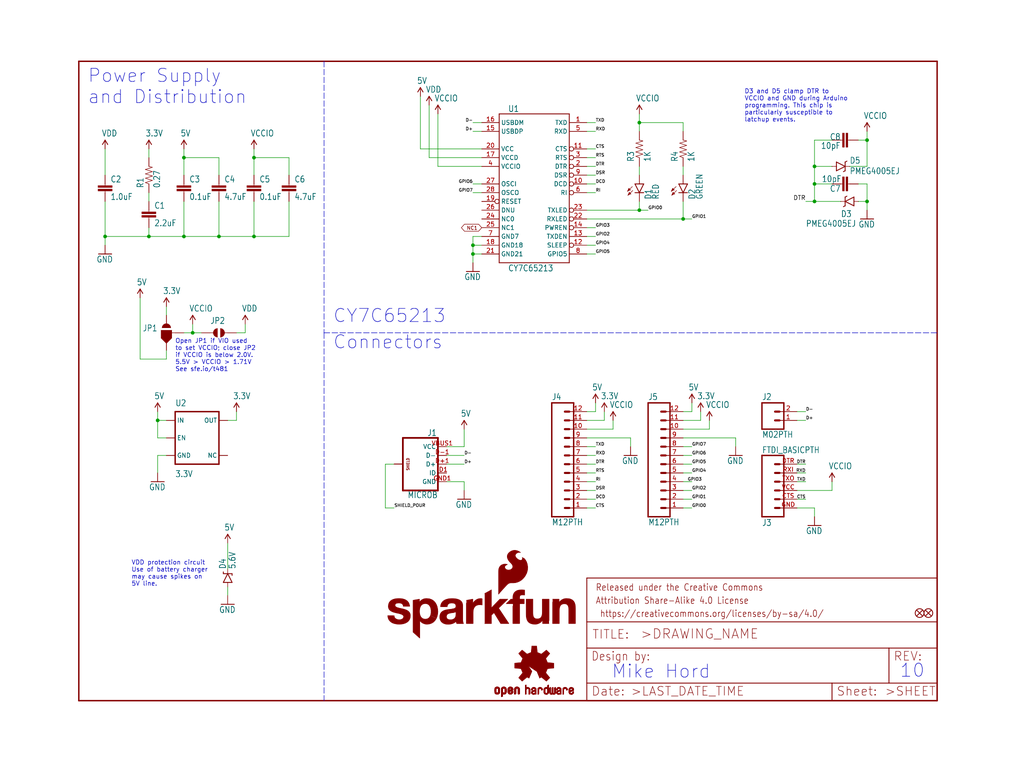
<source format=kicad_sch>
(kicad_sch (version 20211123) (generator eeschema)
  (paper "User" 297.002 223.926)
  (lib_symbols
    (symbol "eagleSchem-eagle-import:0.1UF-25V-5%(0603)"
      (property "Reference" "C" (at 1.524 2.921 0))
      (property "Value" "0.1UF-25V-5%(0603)" (at 1.524 -2.159 0))
      (symbol "0.1UF-25V-5%(0603)_1_0"
        (pin passive line (at 0 5.08 270) (length 2.54) (name "1") (number "1"))
        (pin passive line (at 0 -2.54 90) (length 2.54) (name "2") (number "2"))
      )
    )
    (symbol "eagleSchem-eagle-import:0.27OHM-1{slash}10W-1%(0603)"
      (property "Reference" "R" (at -3.81 1.4986 0))
      (property "Value" "0.27OHM-1{slash}10W-1%(0603)" (at -3.81 -3.302 0))
      (symbol "0.27OHM-1{slash}10W-1%(0603)_1_0"
        (pin passive line (at -5.08 0 0) (length 2.54) (name "1") (number "1"))
        (pin passive line (at 5.08 0 180) (length 2.54) (name "2") (number "2"))
      )
    )
    (symbol "eagleSchem-eagle-import:1.0UF-16V-10%(0603)"
      (property "Reference" "C" (at 1.524 2.921 0))
      (property "Value" "1.0UF-16V-10%(0603)" (at 1.524 -2.159 0))
      (symbol "1.0UF-16V-10%(0603)_1_0"
        (pin passive line (at 0 5.08 270) (length 2.54) (name "1") (number "1"))
        (pin passive line (at 0 -2.54 90) (length 2.54) (name "2") (number "2"))
      )
    )
    (symbol "eagleSchem-eagle-import:10PF-50V-5%(0603)"
      (property "Reference" "C" (at 1.524 2.921 0))
      (property "Value" "10PF-50V-5%(0603)" (at 1.524 -2.159 0))
      (symbol "10PF-50V-5%(0603)_1_0"
        (pin passive line (at 0 5.08 270) (length 2.54) (name "1") (number "1"))
        (pin passive line (at 0 -2.54 90) (length 2.54) (name "2") (number "2"))
      )
    )
    (symbol "eagleSchem-eagle-import:1KOHM-1{slash}10W-1%(0603)"
      (property "Reference" "R" (at -3.81 1.4986 0))
      (property "Value" "1KOHM-1{slash}10W-1%(0603)" (at -3.81 -3.302 0))
      (symbol "1KOHM-1{slash}10W-1%(0603)_1_0"
        (pin passive line (at -5.08 0 0) (length 2.54) (name "1") (number "1"))
        (pin passive line (at 5.08 0 180) (length 2.54) (name "2") (number "2"))
      )
    )
    (symbol "eagleSchem-eagle-import:2.2UF-10V-20%(0603)"
      (property "Reference" "C" (at 1.524 2.921 0))
      (property "Value" "2.2UF-10V-20%(0603)" (at 1.524 -2.159 0))
      (symbol "2.2UF-10V-20%(0603)_1_0"
        (pin passive line (at 0 5.08 270) (length 2.54) (name "1") (number "1"))
        (pin passive line (at 0 -2.54 90) (length 2.54) (name "2") (number "2"))
      )
    )
    (symbol "eagleSchem-eagle-import:3.3V" (power)
      (property "Value" "3.3V" (at -1.016 3.556 0))
      (symbol "3.3V_1_0"
        (pin power_in line (at 0 0 90) (length 2.54) (name "3.3V") (number "1"))
      )
    )
    (symbol "eagleSchem-eagle-import:4.7UF-16V-20%,+80%-(1206)"
      (property "Reference" "C" (at 1.524 2.921 0))
      (property "Value" "4.7UF-16V-20%,+80%-(1206)" (at 1.524 -2.159 0))
      (symbol "4.7UF-16V-20%,+80%-(1206)_1_0"
        (pin passive line (at 0 5.08 270) (length 2.54) (name "1") (number "1"))
        (pin passive line (at 0 -2.54 90) (length 2.54) (name "2") (number "2"))
      )
    )
    (symbol "eagleSchem-eagle-import:5V" (power)
      (property "Value" "5V" (at -1.016 3.556 0))
      (symbol "5V_1_0"
        (pin power_in line (at 0 0 90) (length 2.54) (name "5V") (number "1"))
      )
    )
    (symbol "eagleSchem-eagle-import:CY7C65213"
      (property "Reference" "U" (at 2.54 43.688 0))
      (property "Value" "CY7C65213" (at 2.54 -2.54 0))
      (symbol "CY7C65213_1_0"
        (pin output line (at 25.4 40.64 180) (length 5.08) (name "TXD") (number "1"))
        (pin input inverted (at 25.4 22.86 180) (length 5.08) (name "DCD") (number "10"))
        (pin input inverted (at 25.4 33.02 180) (length 5.08) (name "CTS") (number "11"))
        (pin input inverted (at 25.4 5.08 180) (length 5.08) (name "SLEEP") (number "12"))
        (pin input line (at 25.4 7.62 180) (length 5.08) (name "TXDEN") (number "13"))
        (pin input inverted (at 25.4 10.16 180) (length 5.08) (name "PWREN") (number "14"))
        (pin bidirectional line (at -5.08 38.1 0) (length 5.08) (name "USBDP") (number "15"))
        (pin bidirectional line (at -5.08 40.64 0) (length 5.08) (name "USBDM") (number "16"))
        (pin output line (at -5.08 30.48 0) (length 5.08) (name "VCCD") (number "17"))
        (pin power_in line (at -5.08 5.08 0) (length 5.08) (name "GND18") (number "18"))
        (pin input inverted (at -5.08 17.78 0) (length 5.08) (name "RESET") (number "19"))
        (pin output inverted (at 25.4 27.94 180) (length 5.08) (name "DTR") (number "2"))
        (pin power_in line (at -5.08 33.02 0) (length 5.08) (name "VCC") (number "20"))
        (pin power_in line (at -5.08 2.54 0) (length 5.08) (name "GND21") (number "21"))
        (pin input inverted (at 25.4 12.7 180) (length 5.08) (name "RXLED") (number "22"))
        (pin input inverted (at 25.4 15.24 180) (length 5.08) (name "TXLED") (number "23"))
        (pin input line (at -5.08 12.7 0) (length 5.08) (name "NC0") (number "24"))
        (pin power_in line (at -5.08 10.16 0) (length 5.08) (name "NC1") (number "25"))
        (pin input line (at -5.08 15.24 0) (length 5.08) (name "DNU") (number "26"))
        (pin input line (at -5.08 22.86 0) (length 5.08) (name "OSCI") (number "27"))
        (pin output line (at -5.08 20.32 0) (length 5.08) (name "OSCO") (number "28"))
        (pin output inverted (at 25.4 30.48 180) (length 5.08) (name "RTS") (number "3"))
        (pin power_in line (at -5.08 27.94 0) (length 5.08) (name "VCCIO") (number "4"))
        (pin input line (at 25.4 38.1 180) (length 5.08) (name "RXD") (number "5"))
        (pin input inverted (at 25.4 20.32 180) (length 5.08) (name "RI") (number "6"))
        (pin power_in line (at -5.08 7.62 0) (length 5.08) (name "GND7") (number "7"))
        (pin input line (at 25.4 2.54 180) (length 5.08) (name "GPIO5") (number "8"))
        (pin input inverted (at 25.4 25.4 180) (length 5.08) (name "DSR") (number "9"))
      )
    )
    (symbol "eagleSchem-eagle-import:DIODE-SCHOTTKY-PMEG4005EJ"
      (property "Reference" "D" (at 2.54 0.4826 0))
      (property "Value" "DIODE-SCHOTTKY-PMEG4005EJ" (at 2.54 -2.3114 0))
      (symbol "DIODE-SCHOTTKY-PMEG4005EJ_1_0"
        (pin passive line (at -2.54 0 0) (length 0) (name "A") (number "A"))
        (pin passive line (at 2.54 0 180) (length 0) (name "C") (number "C"))
      )
    )
    (symbol "eagleSchem-eagle-import:DIODE-ZENER5.6V"
      (property "Reference" "D" (at 2.54 0.4826 0))
      (property "Value" "DIODE-ZENER5.6V" (at 2.54 -2.3114 0))
      (symbol "DIODE-ZENER5.6V_1_0"
        (pin passive line (at -2.54 0 0) (length 0) (name "A") (number "A"))
        (pin passive line (at 2.54 0 180) (length 0) (name "C") (number "C"))
      )
    )
    (symbol "eagleSchem-eagle-import:FIDUCIALUFIDUCIAL")
    (symbol "eagleSchem-eagle-import:FRAME-LETTER"
      (symbol "FRAME-LETTER_2_0"
        (text " https://creativecommons.org/licenses/by-sa/4.0/" (at 2.54 24.13 0) (effects (font (size 1.9304 1.6408)) (justify left bottom)))
        (text ">DRAWING_NAME" (at 15.494 17.78 0) (effects (font (size 2.7432 2.7432)) (justify left bottom)))
        (text ">LAST_DATE_TIME" (at 12.7 1.27 0) (effects (font (size 2.54 2.54)) (justify left bottom)))
        (text ">SHEET" (at 86.36 1.27 0) (effects (font (size 2.54 2.54)) (justify left bottom)))
        (text "Attribution Share-Alike 4.0 License" (at 2.54 27.94 0) (effects (font (size 1.9304 1.6408)) (justify left bottom)))
        (text "Date:" (at 1.27 1.27 0) (effects (font (size 2.54 2.54)) (justify left bottom)))
        (text "Design by:" (at 1.27 11.43 0) (effects (font (size 2.54 2.159)) (justify left bottom)))
        (text "Released under the Creative Commons" (at 2.54 31.75 0) (effects (font (size 1.9304 1.6408)) (justify left bottom)))
        (text "REV:" (at 88.9 11.43 0) (effects (font (size 2.54 2.54)) (justify left bottom)))
        (text "Sheet:" (at 72.39 1.27 0) (effects (font (size 2.54 2.54)) (justify left bottom)))
        (text "TITLE:" (at 1.524 17.78 0) (effects (font (size 2.54 2.54)) (justify left bottom)))
      )
    )
    (symbol "eagleSchem-eagle-import:FTDI_BASICPTH"
      (property "Reference" "J" (at -5.08 10.922 0))
      (property "Value" "FTDI_BASICPTH" (at -5.08 -10.16 0))
      (symbol "FTDI_BASICPTH_1_0"
        (pin passive line (at 5.08 5.08 180) (length 5.08) (name "5") (number "CTS"))
        (pin passive line (at 5.08 -5.08 180) (length 5.08) (name "1") (number "DTR"))
        (pin passive line (at 5.08 7.62 180) (length 5.08) (name "6") (number "GND"))
        (pin passive line (at 5.08 -2.54 180) (length 5.08) (name "2") (number "RXI"))
        (pin passive line (at 5.08 0 180) (length 5.08) (name "3") (number "TXO"))
        (pin passive line (at 5.08 2.54 180) (length 5.08) (name "4") (number "VCC"))
      )
    )
    (symbol "eagleSchem-eagle-import:GND" (power)
      (property "Value" "GND" (at -2.54 -2.54 0))
      (symbol "GND_1_0"
        (pin power_in line (at 0 2.54 270) (length 2.54) (name "GND") (number "1"))
      )
    )
    (symbol "eagleSchem-eagle-import:JUMPER-PAD-2-NOYES_SILK"
      (property "Reference" "JP" (at -2.54 2.54 0))
      (property "Value" "JUMPER-PAD-2-NOYES_SILK" (at -2.54 -5.08 0))
      (symbol "JUMPER-PAD-2-NOYES_SILK_1_0"
        (pin passive line (at -5.08 0 0) (length 2.54) (name "1") (number "1"))
        (pin passive line (at 5.08 0 180) (length 2.54) (name "2") (number "2"))
      )
    )
    (symbol "eagleSchem-eagle-import:JUMPER-PAD-3-2OF3_NC_BY_PASTE"
      (property "Reference" "JP" (at 2.54 0.381 0))
      (property "Value" "JUMPER-PAD-3-2OF3_NC_BY_PASTE" (at 2.54 -1.905 0))
      (symbol "JUMPER-PAD-3-2OF3_NC_BY_PASTE_1_0"
        (pin passive line (at 0 5.08 270) (length 2.54) (name "1") (number "1"))
        (pin passive line (at -5.08 0 0) (length 2.54) (name "2") (number "2"))
        (pin passive line (at 0 -5.08 90) (length 2.54) (name "3") (number "3"))
      )
    )
    (symbol "eagleSchem-eagle-import:LED-GREEN0603"
      (property "Reference" "D" (at 3.556 -4.572 90))
      (property "Value" "LED-GREEN0603" (at 5.715 -4.572 90))
      (symbol "LED-GREEN0603_1_0"
        (pin passive line (at 0 2.54 270) (length 2.54) (name "A") (number "A"))
        (pin passive line (at 0 -5.08 90) (length 2.54) (name "C") (number "C"))
      )
    )
    (symbol "eagleSchem-eagle-import:LED-RED0603"
      (property "Reference" "D" (at 3.556 -4.572 90))
      (property "Value" "LED-RED0603" (at 5.715 -4.572 90))
      (symbol "LED-RED0603_1_0"
        (pin passive line (at 0 2.54 270) (length 2.54) (name "A") (number "A"))
        (pin passive line (at 0 -5.08 90) (length 2.54) (name "C") (number "C"))
      )
    )
    (symbol "eagleSchem-eagle-import:M02PTH"
      (property "Reference" "J" (at -2.54 5.842 0))
      (property "Value" "M02PTH" (at -2.54 -5.08 0))
      (symbol "M02PTH_1_0"
        (pin passive line (at 7.62 0 180) (length 5.08) (name "1") (number "1"))
        (pin passive line (at 7.62 2.54 180) (length 5.08) (name "2") (number "2"))
      )
    )
    (symbol "eagleSchem-eagle-import:M12PTH"
      (property "Reference" "J" (at 0 16.002 0))
      (property "Value" "M12PTH" (at 0 -20.32 0))
      (symbol "M12PTH_1_0"
        (pin passive line (at 10.16 -15.24 180) (length 5.08) (name "1") (number "1"))
        (pin passive line (at 10.16 7.62 180) (length 5.08) (name "10") (number "10"))
        (pin passive line (at 10.16 10.16 180) (length 5.08) (name "11") (number "11"))
        (pin passive line (at 10.16 12.7 180) (length 5.08) (name "12") (number "12"))
        (pin passive line (at 10.16 -12.7 180) (length 5.08) (name "2") (number "2"))
        (pin passive line (at 10.16 -10.16 180) (length 5.08) (name "3") (number "3"))
        (pin passive line (at 10.16 -7.62 180) (length 5.08) (name "4") (number "4"))
        (pin passive line (at 10.16 -5.08 180) (length 5.08) (name "5") (number "5"))
        (pin passive line (at 10.16 -2.54 180) (length 5.08) (name "6") (number "6"))
        (pin passive line (at 10.16 0 180) (length 5.08) (name "7") (number "7"))
        (pin passive line (at 10.16 2.54 180) (length 5.08) (name "8") (number "8"))
        (pin passive line (at 10.16 5.08 180) (length 5.08) (name "9") (number "9"))
      )
    )
    (symbol "eagleSchem-eagle-import:OSHW-LOGOS")
    (symbol "eagleSchem-eagle-import:SFE_LOGO_NAME_FLAME.1_INCH")
    (symbol "eagleSchem-eagle-import:USB_MICROB_PLUGCONN-11752"
      (property "Reference" "J" (at -4.826 8.128 0))
      (property "Value" "USB_MICROB_PLUGCONN-11752" (at -5.08 -9.906 0))
      (symbol "USB_MICROB_PLUGCONN-11752_1_0"
        (text "SHIELD" (at 4.064 0 900) (effects (font (size 0.8128 0.6908)) (justify bottom)))
        (pin bidirectional line (at -7.62 0 0) (length 2.54) (name "D+") (number "D+1"))
        (pin bidirectional line (at -7.62 2.54 0) (length 2.54) (name "D-") (number "D-1"))
        (pin bidirectional line (at -7.62 -5.08 0) (length 2.54) (name "GND") (number "GND1"))
        (pin bidirectional line (at -7.62 -2.54 0) (length 2.54) (name "ID") (number "ID1"))
        (pin bidirectional line (at 7.62 0 180) (length 2.54) (name "SHIELD") (number "SHIELD1"))
        (pin bidirectional line (at 7.62 0 180) (length 2.54) (name "SHIELD") (number "SHIELD2"))
        (pin bidirectional line (at 7.62 0 180) (length 2.54) (name "SHIELD") (number "SHIELD3"))
        (pin bidirectional line (at -7.62 5.08 0) (length 2.54) (name "VCC") (number "VBUS1"))
      )
    )
    (symbol "eagleSchem-eagle-import:VCCIO" (power)
      (property "Value" "VCCIO" (at -1.016 3.556 0))
      (symbol "VCCIO_1_0"
        (pin power_in line (at 0 0 90) (length 2.54) (name "VCCIO") (number "1"))
      )
    )
    (symbol "eagleSchem-eagle-import:VDD" (power)
      (property "Value" "VDD" (at -1.016 3.556 0))
      (symbol "VDD_1_0"
        (pin power_in line (at 0 0 90) (length 2.54) (name "VDD") (number "1"))
      )
    )
    (symbol "eagleSchem-eagle-import:V_REG_AP2112K-3.3V"
      (property "Reference" "U" (at -7.62 9.144 0))
      (property "Value" "V_REG_AP2112K-3.3V" (at -7.62 -11.43 0))
      (symbol "V_REG_AP2112K-3.3V_1_0"
        (pin input line (at -10.16 5.08 0) (length 2.54) (name "IN") (number "1"))
        (pin input line (at -10.16 -5.08 0) (length 2.54) (name "GND") (number "2"))
        (pin input line (at -10.16 0 0) (length 2.54) (name "EN") (number "3"))
        (pin input line (at 7.62 -5.08 180) (length 2.54) (name "NC") (number "4"))
        (pin passive line (at 7.62 5.08 180) (length 2.54) (name "OUT") (number "5"))
      )
    )
  )
  (junction (at 236.22 53.34))
  (junction (at 137.16 71.12))
  (junction (at 251.46 40.64))
  (junction (at 45.72 121.92))
  (junction (at 251.46 58.42))
  (junction (at 63.5 68.58))
  (junction (at 53.34 45.72))
  (junction (at 30.48 68.58))
  (junction (at 185.42 60.96))
  (junction (at 236.22 58.42))
  (junction (at 236.22 48.26))
  (junction (at 73.66 68.58))
  (junction (at 55.88 96.52))
  (junction (at 53.34 68.58))
  (junction (at 198.12 63.5))
  (junction (at 73.66 45.72))
  (junction (at 43.18 68.58))
  (junction (at 137.16 73.66))
  (junction (at 185.42 35.56))
  (wire (pts (xy 139.7 43.18) (xy 121.92 43.18)))
  (wire (pts (xy 170.18 35.56) (xy 172.72 35.56)))
  (wire (pts (xy 170.18 43.18) (xy 172.72 43.18)))
  (wire (pts (xy 231.14 137.16) (xy 233.68 137.16)))
  (wire (pts (xy 73.66 50.8) (xy 73.66 45.72)))
  (wire (pts (xy 68.58 96.52) (xy 71.12 96.52)))
  (wire (pts (xy 198.12 50.8) (xy 198.12 48.26)))
  (wire (pts (xy 251.46 48.26) (xy 246.38 48.26)))
  (wire (pts (xy 124.46 30.48) (xy 124.46 45.72)))
  (wire (pts (xy 137.16 71.12) (xy 139.7 71.12)))
  (wire (pts (xy 63.5 68.58) (xy 73.66 68.58)))
  (wire (pts (xy 129.54 139.7) (xy 134.62 139.7)))
  (wire (pts (xy 248.92 58.42) (xy 251.46 58.42)))
  (wire (pts (xy 170.18 129.54) (xy 172.72 129.54)))
  (wire (pts (xy 198.12 137.16) (xy 200.66 137.16)))
  (wire (pts (xy 139.7 35.56) (xy 137.16 35.56)))
  (wire (pts (xy 73.66 68.58) (xy 83.82 68.58)))
  (wire (pts (xy 170.18 50.8) (xy 172.72 50.8)))
  (wire (pts (xy 236.22 147.32) (xy 236.22 149.86)))
  (wire (pts (xy 170.18 63.5) (xy 198.12 63.5)))
  (wire (pts (xy 45.72 137.16) (xy 45.72 132.08)))
  (wire (pts (xy 73.66 43.18) (xy 73.66 45.72)))
  (wire (pts (xy 30.48 58.42) (xy 30.48 68.58)))
  (wire (pts (xy 185.42 33.02) (xy 185.42 35.56)))
  (wire (pts (xy 170.18 38.1) (xy 172.72 38.1)))
  (wire (pts (xy 198.12 121.92) (xy 203.2 121.92)))
  (wire (pts (xy 63.5 68.58) (xy 53.34 68.58)))
  (wire (pts (xy 251.46 38.1) (xy 251.46 40.64)))
  (wire (pts (xy 121.92 43.18) (xy 121.92 27.94)))
  (wire (pts (xy 198.12 147.32) (xy 200.66 147.32)))
  (wire (pts (xy 185.42 60.96) (xy 185.42 58.42)))
  (wire (pts (xy 170.18 53.34) (xy 172.72 53.34)))
  (wire (pts (xy 236.22 53.34) (xy 236.22 58.42)))
  (wire (pts (xy 200.66 119.38) (xy 200.66 116.84)))
  (wire (pts (xy 236.22 58.42) (xy 243.84 58.42)))
  (wire (pts (xy 198.12 127) (xy 213.36 127)))
  (wire (pts (xy 137.16 71.12) (xy 137.16 73.66)))
  (wire (pts (xy 251.46 53.34) (xy 251.46 58.42)))
  (wire (pts (xy 170.18 48.26) (xy 172.72 48.26)))
  (wire (pts (xy 139.7 53.34) (xy 137.16 53.34)))
  (wire (pts (xy 40.64 104.14) (xy 48.26 104.14)))
  (wire (pts (xy 114.3 134.62) (xy 111.76 134.62)))
  (wire (pts (xy 175.26 121.92) (xy 175.26 119.38)))
  (wire (pts (xy 231.14 121.92) (xy 233.68 121.92)))
  (wire (pts (xy 213.36 127) (xy 213.36 129.54)))
  (wire (pts (xy 170.18 68.58) (xy 172.72 68.58)))
  (wire (pts (xy 170.18 147.32) (xy 172.72 147.32)))
  (wire (pts (xy 129.54 134.62) (xy 134.62 134.62)))
  (wire (pts (xy 111.76 134.62) (xy 111.76 147.32)))
  (wire (pts (xy 236.22 53.34) (xy 236.22 48.26)))
  (wire (pts (xy 198.12 134.62) (xy 200.66 134.62)))
  (wire (pts (xy 129.54 132.08) (xy 134.62 132.08)))
  (polyline (pts (xy 93.98 17.78) (xy 93.98 96.52)))
  (wire (pts (xy 45.72 119.38) (xy 45.72 121.92)))
  (wire (pts (xy 40.64 86.36) (xy 40.64 104.14)))
  (wire (pts (xy 231.14 142.24) (xy 241.3 142.24)))
  (wire (pts (xy 55.88 96.52) (xy 58.42 96.52)))
  (wire (pts (xy 170.18 55.88) (xy 172.72 55.88)))
  (wire (pts (xy 203.2 121.92) (xy 203.2 119.38)))
  (wire (pts (xy 48.26 104.14) (xy 48.26 101.6)))
  (wire (pts (xy 236.22 48.26) (xy 241.3 48.26)))
  (wire (pts (xy 137.16 73.66) (xy 137.16 76.2)))
  (wire (pts (xy 185.42 35.56) (xy 198.12 35.56)))
  (wire (pts (xy 139.7 73.66) (xy 137.16 73.66)))
  (wire (pts (xy 139.7 55.88) (xy 137.16 55.88)))
  (wire (pts (xy 172.72 119.38) (xy 172.72 116.84)))
  (wire (pts (xy 45.72 132.08) (xy 48.26 132.08)))
  (wire (pts (xy 137.16 68.58) (xy 139.7 68.58)))
  (wire (pts (xy 205.74 124.46) (xy 205.74 121.92)))
  (wire (pts (xy 231.14 144.78) (xy 233.68 144.78)))
  (wire (pts (xy 111.76 147.32) (xy 114.3 147.32)))
  (wire (pts (xy 170.18 142.24) (xy 172.72 142.24)))
  (wire (pts (xy 198.12 142.24) (xy 200.66 142.24)))
  (wire (pts (xy 251.46 40.64) (xy 251.46 48.26)))
  (wire (pts (xy 55.88 96.52) (xy 55.88 93.98)))
  (wire (pts (xy 45.72 121.92) (xy 48.26 121.92)))
  (wire (pts (xy 248.92 53.34) (xy 251.46 53.34)))
  (wire (pts (xy 30.48 68.58) (xy 43.18 68.58)))
  (wire (pts (xy 63.5 58.42) (xy 63.5 68.58)))
  (wire (pts (xy 236.22 40.64) (xy 236.22 48.26)))
  (polyline (pts (xy 93.98 96.52) (xy 93.98 203.2)))
  (wire (pts (xy 73.66 68.58) (xy 73.66 58.42)))
  (wire (pts (xy 198.12 132.08) (xy 200.66 132.08)))
  (wire (pts (xy 241.3 142.24) (xy 241.3 139.7)))
  (wire (pts (xy 68.58 121.92) (xy 68.58 119.38)))
  (wire (pts (xy 53.34 45.72) (xy 53.34 50.8)))
  (wire (pts (xy 198.12 119.38) (xy 200.66 119.38)))
  (wire (pts (xy 170.18 71.12) (xy 172.72 71.12)))
  (wire (pts (xy 53.34 58.42) (xy 53.34 68.58)))
  (wire (pts (xy 170.18 139.7) (xy 172.72 139.7)))
  (wire (pts (xy 71.12 96.52) (xy 71.12 93.98)))
  (wire (pts (xy 48.26 88.9) (xy 48.26 91.44)))
  (wire (pts (xy 124.46 45.72) (xy 139.7 45.72)))
  (wire (pts (xy 137.16 68.58) (xy 137.16 71.12)))
  (wire (pts (xy 231.14 147.32) (xy 236.22 147.32)))
  (wire (pts (xy 241.3 53.34) (xy 236.22 53.34)))
  (wire (pts (xy 170.18 124.46) (xy 177.8 124.46)))
  (wire (pts (xy 170.18 134.62) (xy 172.72 134.62)))
  (wire (pts (xy 233.68 58.42) (xy 236.22 58.42)))
  (wire (pts (xy 129.54 129.54) (xy 134.62 129.54)))
  (wire (pts (xy 170.18 144.78) (xy 172.72 144.78)))
  (wire (pts (xy 231.14 134.62) (xy 233.68 134.62)))
  (wire (pts (xy 170.18 121.92) (xy 175.26 121.92)))
  (wire (pts (xy 241.3 40.64) (xy 236.22 40.64)))
  (wire (pts (xy 127 33.02) (xy 127 48.26)))
  (wire (pts (xy 66.04 165.1) (xy 66.04 157.48)))
  (wire (pts (xy 251.46 58.42) (xy 251.46 60.96)))
  (wire (pts (xy 83.82 68.58) (xy 83.82 58.42)))
  (wire (pts (xy 127 48.26) (xy 139.7 48.26)))
  (wire (pts (xy 198.12 35.56) (xy 198.12 38.1)))
  (wire (pts (xy 170.18 45.72) (xy 172.72 45.72)))
  (polyline (pts (xy 93.98 96.52) (xy 271.78 96.52)))
  (wire (pts (xy 53.34 45.72) (xy 63.5 45.72)))
  (wire (pts (xy 231.14 119.38) (xy 233.68 119.38)))
  (wire (pts (xy 45.72 127) (xy 45.72 121.92)))
  (wire (pts (xy 63.5 45.72) (xy 63.5 50.8)))
  (wire (pts (xy 170.18 119.38) (xy 172.72 119.38)))
  (wire (pts (xy 231.14 139.7) (xy 233.68 139.7)))
  (wire (pts (xy 198.12 63.5) (xy 200.66 63.5)))
  (wire (pts (xy 134.62 139.7) (xy 134.62 142.24)))
  (wire (pts (xy 185.42 60.96) (xy 187.96 60.96)))
  (wire (pts (xy 198.12 144.78) (xy 200.66 144.78)))
  (wire (pts (xy 134.62 129.54) (xy 134.62 124.46)))
  (wire (pts (xy 170.18 60.96) (xy 185.42 60.96)))
  (wire (pts (xy 177.8 124.46) (xy 177.8 121.92)))
  (wire (pts (xy 170.18 132.08) (xy 172.72 132.08)))
  (wire (pts (xy 170.18 127) (xy 182.88 127)))
  (wire (pts (xy 43.18 58.42) (xy 43.18 55.88)))
  (wire (pts (xy 139.7 38.1) (xy 137.16 38.1)))
  (wire (pts (xy 43.18 68.58) (xy 53.34 68.58)))
  (wire (pts (xy 182.88 127) (xy 182.88 129.54)))
  (wire (pts (xy 198.12 124.46) (xy 205.74 124.46)))
  (wire (pts (xy 73.66 45.72) (xy 83.82 45.72)))
  (wire (pts (xy 66.04 121.92) (xy 68.58 121.92)))
  (wire (pts (xy 170.18 73.66) (xy 172.72 73.66)))
  (wire (pts (xy 83.82 45.72) (xy 83.82 50.8)))
  (wire (pts (xy 43.18 66.04) (xy 43.18 68.58)))
  (wire (pts (xy 43.18 43.18) (xy 43.18 45.72)))
  (wire (pts (xy 53.34 96.52) (xy 55.88 96.52)))
  (wire (pts (xy 53.34 43.18) (xy 53.34 45.72)))
  (wire (pts (xy 170.18 66.04) (xy 172.72 66.04)))
  (wire (pts (xy 198.12 129.54) (xy 200.66 129.54)))
  (wire (pts (xy 198.12 139.7) (xy 200.66 139.7)))
  (wire (pts (xy 66.04 172.72) (xy 66.04 170.18)))
  (wire (pts (xy 30.48 43.18) (xy 30.48 50.8)))
  (wire (pts (xy 248.92 40.64) (xy 251.46 40.64)))
  (wire (pts (xy 30.48 68.58) (xy 30.48 71.12)))
  (wire (pts (xy 170.18 137.16) (xy 172.72 137.16)))
  (wire (pts (xy 48.26 127) (xy 45.72 127)))
  (wire (pts (xy 198.12 63.5) (xy 198.12 58.42)))
  (wire (pts (xy 185.42 35.56) (xy 185.42 38.1)))
  (wire (pts (xy 185.42 48.26) (xy 185.42 50.8)))
  (text "Power Supply\nand Distribution" (at 25.4 30.48 180) (effects (font (size 3.81 3.81)) (justify left bottom)))
  (text "Open JP1 if VIO used\nto set VCCIO; close JP2\nif VCCIO is below 2.0V.\n5.5V > VCCIO > 1.71V\nSee sfe.io/t481" (at 50.8 107.95 0) (effects (font (size 1.27 1.27)) (justify left bottom)))
  (text "D3 and D5 clamp DTR to\nVCCIO and GND during Arduino\nprogramming. This chip is\nparticularly susceptible to\nlatchup events." (at 215.9 35.56 0) (effects (font (size 1.27 1.27)) (justify left bottom)))
  (text "Connectors" (at 96.52 101.6 180) (effects (font (size 3.81 3.81)) (justify left bottom)))
  (text "VDD protection circuit\nUse of battery charger\nmay cause spikes on\n5V line." (at 38.1 170.18 0) (effects (font (size 1.27 1.27)) (justify left bottom)))
  (text "CY7C65213" (at 96.52 93.98 180) (effects (font (size 3.81 3.81)) (justify left bottom)))
  (text "10" (at 260.858 196.85 180) (effects (font (size 3.81 3.81)) (justify left bottom)))
  (text "Mike Hord" (at 177.292 197.104 180) (effects (font (size 3.81 3.81)) (justify left bottom)))
  (label "RXD" (at 233.68 137.16 180) (effects (font (size 0.889 0.889))))
  (label "DTR" (at 233.68 58.42 180) (effects (font (size 1.2446 1.2446))))
  (label "TXD" (at 172.72 129.54 0) (effects (font (size 0.889 0.889))))
  (label "RTS" (at 172.72 45.72 0) (effects (font (size 0.889 0.889))))
  (label "GPIO0" (at 187.96 60.96 0) (effects (font (size 0.889 0.889))))
  (label "RXD" (at 172.72 132.08 0) (effects (font (size 0.889 0.889))))
  (label "GPIO0" (at 200.66 147.32 0) (effects (font (size 0.889 0.889))))
  (label "GPIO4" (at 172.72 71.12 0) (effects (font (size 0.889 0.889))))
  (label "GPIO6" (at 137.16 53.34 180) (effects (font (size 0.889 0.889))))
  (label "GPIO7" (at 200.66 129.54 0) (effects (font (size 0.889 0.889))))
  (label "DTR" (at 233.68 134.62 180) (effects (font (size 0.889 0.889))))
  (label "RTS" (at 172.72 137.16 0) (effects (font (size 0.889 0.889))))
  (label "GPIO5" (at 200.66 134.62 0) (effects (font (size 0.889 0.889))))
  (label "GPIO2" (at 172.72 68.58 0) (effects (font (size 0.889 0.889))))
  (label "SHIELD_POUR" (at 114.3 147.32 0) (effects (font (size 0.889 0.889))))
  (label "CTS" (at 233.68 144.78 180) (effects (font (size 0.889 0.889))))
  (label "DTR" (at 172.72 48.26 0) (effects (font (size 0.889 0.889))))
  (label "RI" (at 172.72 55.88 0) (effects (font (size 0.889 0.889))))
  (label "RI" (at 172.72 139.7 0) (effects (font (size 0.889 0.889))))
  (label "GPIO3" (at 199.39 139.7 0) (effects (font (size 0.889 0.889))))
  (label "DSR" (at 172.72 142.24 0) (effects (font (size 0.889 0.889))))
  (label "D-" (at 233.68 119.38 0) (effects (font (size 0.889 0.889))))
  (label "DCD" (at 172.72 144.78 0) (effects (font (size 0.889 0.889))))
  (label "GPIO7" (at 137.16 55.88 180) (effects (font (size 0.889 0.889))))
  (label "DCD" (at 172.72 53.34 0) (effects (font (size 0.889 0.889))))
  (label "DTR" (at 172.72 134.62 0) (effects (font (size 0.889 0.889))))
  (label "D-" (at 134.62 132.08 0) (effects (font (size 0.889 0.889))))
  (label "TXD" (at 233.68 139.7 180) (effects (font (size 0.889 0.889))))
  (label "D+" (at 233.68 121.92 0) (effects (font (size 0.889 0.889))))
  (label "GPIO3" (at 172.72 66.04 0) (effects (font (size 0.889 0.889))))
  (label "D-" (at 137.16 35.56 180) (effects (font (size 0.889 0.889))))
  (label "RXD" (at 172.72 38.1 0) (effects (font (size 0.889 0.889))))
  (label "D+" (at 137.16 38.1 180) (effects (font (size 0.889 0.889))))
  (label "TXD" (at 172.72 35.56 0) (effects (font (size 0.889 0.889))))
  (label "GPIO1" (at 200.66 63.5 0) (effects (font (size 0.889 0.889))))
  (label "GPIO1" (at 200.66 144.78 0) (effects (font (size 0.889 0.889))))
  (label "D+" (at 134.62 134.62 0) (effects (font (size 0.889 0.889))))
  (label "GPIO2" (at 200.66 142.24 0) (effects (font (size 0.889 0.889))))
  (label "GPIO5" (at 172.72 73.66 0) (effects (font (size 0.889 0.889))))
  (label "GPIO4" (at 200.66 137.16 0) (effects (font (size 0.889 0.889))))
  (label "CTS" (at 172.72 147.32 0) (effects (font (size 0.889 0.889))))
  (label "CTS" (at 172.72 43.18 0) (effects (font (size 0.889 0.889))))
  (label "DSR" (at 172.72 50.8 0) (effects (font (size 0.889 0.889))))
  (label "GPIO6" (at 200.66 132.08 0) (effects (font (size 0.889 0.889))))
  (global_label "NC1" (shape bidirectional) (at 139.7 66.04 180) (effects (font (size 1.016 1.016))) (property "Intersheet References" "${INTERSHEET_REFS}" (effects hide)))
  (symbol (lib_id "eagleSchem-eagle-import:VCCIO") (at 177.8 121.92 0) (unit 1)
    (property "Reference" "#SUPPLY17" (effects hide))
    (property "Value" "VCCIO" (at 176.784 118.364 0) (effects (font (size 1.778 1.5113)) (justify left bottom)))
    (property "Footprint" "eagleSchem:" (effects hide))
  )
  (symbol (lib_id "eagleSchem-eagle-import:GND") (at 251.46 63.5 0) (unit 1)
    (property "Reference" "#GND9" (effects hide))
    (property "Value" "GND" (at 248.92 66.04 0) (effects (font (size 1.778 1.5113)) (justify left bottom)))
    (property "Footprint" "eagleSchem:" (effects hide))
  )
  (symbol (lib_id "eagleSchem-eagle-import:VCCIO") (at 205.74 121.92 0) (unit 1)
    (property "Reference" "#SUPPLY20" (effects hide))
    (property "Value" "VCCIO" (at 204.724 118.364 0) (effects (font (size 1.778 1.5113)) (justify left bottom)))
    (property "Footprint" "eagleSchem:" (effects hide))
  )
  (symbol (lib_id "eagleSchem-eagle-import:M12PTH") (at 187.96 132.08 0) (unit 1)
    (property "Reference" "J5" (at 187.96 116.078 0) (effects (font (size 1.778 1.5113)) (justify left bottom)))
    (property "Value" "M12PTH" (at 187.96 152.4 0) (effects (font (size 1.778 1.5113)) (justify left bottom)))
    (property "Footprint" "eagleSchem:1X12" (effects hide))
  )
  (symbol (lib_id "eagleSchem-eagle-import:VCCIO") (at 127 33.02 0) (unit 1)
    (property "Reference" "#SUPPLY5" (effects hide))
    (property "Value" "VCCIO" (at 125.984 29.464 0) (effects (font (size 1.778 1.5113)) (justify left bottom)))
    (property "Footprint" "eagleSchem:" (effects hide))
  )
  (symbol (lib_id "eagleSchem-eagle-import:LED-RED0603") (at 185.42 53.34 0) (unit 1)
    (property "Reference" "D1" (at 188.976 57.912 90) (effects (font (size 1.778 1.5113)) (justify left bottom)))
    (property "Value" "RED" (at 191.135 57.912 90) (effects (font (size 1.778 1.5113)) (justify left bottom)))
    (property "Footprint" "eagleSchem:LED-0603" (effects hide))
  )
  (symbol (lib_id "eagleSchem-eagle-import:VDD") (at 124.46 30.48 0) (unit 1)
    (property "Reference" "#SUPPLY3" (effects hide))
    (property "Value" "VDD" (at 123.444 26.924 0) (effects (font (size 1.778 1.5113)) (justify left bottom)))
    (property "Footprint" "eagleSchem:" (effects hide))
  )
  (symbol (lib_id "eagleSchem-eagle-import:1KOHM-1{slash}10W-1%(0603)") (at 198.12 43.18 90) (unit 1)
    (property "Reference" "R4" (at 196.6214 46.99 0) (effects (font (size 1.778 1.5113)) (justify left bottom)))
    (property "Value" "1K" (at 201.422 46.99 0) (effects (font (size 1.778 1.5113)) (justify left bottom)))
    (property "Footprint" "eagleSchem:0603-RES" (effects hide))
  )
  (symbol (lib_id "eagleSchem-eagle-import:M12PTH") (at 160.02 132.08 0) (unit 1)
    (property "Reference" "J4" (at 160.02 116.078 0) (effects (font (size 1.778 1.5113)) (justify left bottom)))
    (property "Value" "M12PTH" (at 160.02 152.4 0) (effects (font (size 1.778 1.5113)) (justify left bottom)))
    (property "Footprint" "eagleSchem:1X12" (effects hide))
  )
  (symbol (lib_id "eagleSchem-eagle-import:GND") (at 45.72 139.7 0) (unit 1)
    (property "Reference" "#GND4" (effects hide))
    (property "Value" "GND" (at 43.18 142.24 0) (effects (font (size 1.778 1.5113)) (justify left bottom)))
    (property "Footprint" "eagleSchem:" (effects hide))
  )
  (symbol (lib_id "eagleSchem-eagle-import:FIDUCIALUFIDUCIAL") (at 266.7 177.8 0) (unit 1)
    (property "Reference" "FD2" (effects hide))
    (property "Value" "FIDUCIALUFIDUCIAL" (effects hide))
    (property "Footprint" "eagleSchem:MICRO-FIDUCIAL" (effects hide))
  )
  (symbol (lib_id "eagleSchem-eagle-import:GND") (at 66.04 175.26 0) (unit 1)
    (property "Reference" "#GND8" (effects hide))
    (property "Value" "GND" (at 63.5 177.8 0) (effects (font (size 1.778 1.5113)) (justify left bottom)))
    (property "Footprint" "eagleSchem:" (effects hide))
  )
  (symbol (lib_id "eagleSchem-eagle-import:0.1UF-25V-5%(0603)") (at 53.34 55.88 0) (unit 1)
    (property "Reference" "C3" (at 54.864 52.959 0) (effects (font (size 1.778 1.5113)) (justify left bottom)))
    (property "Value" "0.1uF" (at 54.864 58.039 0) (effects (font (size 1.778 1.5113)) (justify left bottom)))
    (property "Footprint" "eagleSchem:0603-CAP" (effects hide))
  )
  (symbol (lib_id "eagleSchem-eagle-import:5V") (at 134.62 124.46 0) (unit 1)
    (property "Reference" "#SUPPLY2" (effects hide))
    (property "Value" "5V" (at 133.604 120.904 0) (effects (font (size 1.778 1.5113)) (justify left bottom)))
    (property "Footprint" "eagleSchem:" (effects hide))
  )
  (symbol (lib_id "eagleSchem-eagle-import:VDD") (at 71.12 93.98 0) (unit 1)
    (property "Reference" "#SUPPLY14" (effects hide))
    (property "Value" "VDD" (at 70.104 90.424 0) (effects (font (size 1.778 1.5113)) (justify left bottom)))
    (property "Footprint" "eagleSchem:" (effects hide))
  )
  (symbol (lib_id "eagleSchem-eagle-import:2.2UF-10V-20%(0603)") (at 43.18 63.5 0) (unit 1)
    (property "Reference" "C1" (at 44.704 60.579 0) (effects (font (size 1.778 1.5113)) (justify left bottom)))
    (property "Value" "2.2uF" (at 44.704 65.659 0) (effects (font (size 1.778 1.5113)) (justify left bottom)))
    (property "Footprint" "eagleSchem:0603-CAP" (effects hide))
  )
  (symbol (lib_id "eagleSchem-eagle-import:1KOHM-1{slash}10W-1%(0603)") (at 185.42 43.18 90) (unit 1)
    (property "Reference" "R3" (at 183.9214 46.99 0) (effects (font (size 1.778 1.5113)) (justify left bottom)))
    (property "Value" "1K" (at 188.722 46.99 0) (effects (font (size 1.778 1.5113)) (justify left bottom)))
    (property "Footprint" "eagleSchem:0603-RES" (effects hide))
  )
  (symbol (lib_id "eagleSchem-eagle-import:VCCIO") (at 185.42 33.02 0) (unit 1)
    (property "Reference" "#SUPPLY15" (effects hide))
    (property "Value" "VCCIO" (at 184.404 29.464 0) (effects (font (size 1.778 1.5113)) (justify left bottom)))
    (property "Footprint" "eagleSchem:" (effects hide))
  )
  (symbol (lib_id "eagleSchem-eagle-import:FTDI_BASICPTH") (at 226.06 139.7 0) (mirror x) (unit 1)
    (property "Reference" "J3" (at 220.98 150.622 0) (effects (font (size 1.778 1.5113)) (justify left bottom)))
    (property "Value" "FTDI_BASICPTH" (at 220.98 129.54 0) (effects (font (size 1.778 1.5113)) (justify left bottom)))
    (property "Footprint" "eagleSchem:FTDI_BASIC" (effects hide))
  )
  (symbol (lib_id "eagleSchem-eagle-import:VDD") (at 30.48 43.18 0) (unit 1)
    (property "Reference" "#SUPPLY6" (effects hide))
    (property "Value" "VDD" (at 29.464 39.624 0) (effects (font (size 1.778 1.5113)) (justify left bottom)))
    (property "Footprint" "eagleSchem:" (effects hide))
  )
  (symbol (lib_id "eagleSchem-eagle-import:JUMPER-PAD-3-2OF3_NC_BY_PASTE") (at 48.26 96.52 0) (mirror y) (unit 1)
    (property "Reference" "JP1" (at 45.72 96.139 0) (effects (font (size 1.778 1.5113)) (justify left bottom)))
    (property "Value" "JUMPER-PAD-3-2OF3_NC_BY_PASTE" (effects hide))
    (property "Footprint" "eagleSchem:PAD-JUMPER-3-2OF3_NC_BY_PASTE_YES_SILK_FULL_BOX" (effects hide))
  )
  (symbol (lib_id "eagleSchem-eagle-import:FRAME-LETTER") (at 22.86 203.2 0) (unit 1)
    (property "Reference" "FRAME1" (effects hide))
    (property "Value" "FRAME-LETTER" (effects hide))
    (property "Footprint" "eagleSchem:CREATIVE_COMMONS" (effects hide))
  )
  (symbol (lib_id "eagleSchem-eagle-import:5V") (at 200.66 116.84 0) (unit 1)
    (property "Reference" "#SUPPLY18" (effects hide))
    (property "Value" "5V" (at 199.644 113.284 0) (effects (font (size 1.778 1.5113)) (justify left bottom)))
    (property "Footprint" "eagleSchem:" (effects hide))
  )
  (symbol (lib_id "eagleSchem-eagle-import:5V") (at 40.64 86.36 0) (unit 1)
    (property "Reference" "#SUPPLY24" (effects hide))
    (property "Value" "5V" (at 39.624 82.804 0) (effects (font (size 1.778 1.5113)) (justify left bottom)))
    (property "Footprint" "eagleSchem:" (effects hide))
  )
  (symbol (lib_id "eagleSchem-eagle-import:FRAME-LETTER") (at 170.18 203.2 0) (unit 2)
    (property "Reference" "FRAME1" (effects hide))
    (property "Value" "FRAME-LETTER" (effects hide))
    (property "Footprint" "eagleSchem:CREATIVE_COMMONS" (effects hide))
  )
  (symbol (lib_id "eagleSchem-eagle-import:JUMPER-PAD-2-NOYES_SILK") (at 63.5 96.52 0) (unit 1)
    (property "Reference" "JP2" (at 60.96 93.98 0) (effects (font (size 1.778 1.5113)) (justify left bottom)))
    (property "Value" "JUMPER-PAD-2-NOYES_SILK" (effects hide))
    (property "Footprint" "eagleSchem:PAD-JUMPER-2-NO_YES_SILK" (effects hide))
  )
  (symbol (lib_id "eagleSchem-eagle-import:0.1UF-25V-5%(0603)") (at 73.66 55.88 0) (unit 1)
    (property "Reference" "C5" (at 75.184 52.959 0) (effects (font (size 1.778 1.5113)) (justify left bottom)))
    (property "Value" "0.1uF" (at 75.184 58.039 0) (effects (font (size 1.778 1.5113)) (justify left bottom)))
    (property "Footprint" "eagleSchem:0603-CAP" (effects hide))
  )
  (symbol (lib_id "eagleSchem-eagle-import:GND") (at 30.48 73.66 0) (unit 1)
    (property "Reference" "#GND3" (effects hide))
    (property "Value" "GND" (at 27.94 76.2 0) (effects (font (size 1.778 1.5113)) (justify left bottom)))
    (property "Footprint" "eagleSchem:" (effects hide))
  )
  (symbol (lib_id "eagleSchem-eagle-import:4.7UF-16V-20%,+80%-(1206)") (at 63.5 55.88 0) (unit 1)
    (property "Reference" "C4" (at 65.024 52.959 0) (effects (font (size 1.778 1.5113)) (justify left bottom)))
    (property "Value" "4.7uF" (at 65.024 58.039 0) (effects (font (size 1.778 1.5113)) (justify left bottom)))
    (property "Footprint" "eagleSchem:1206-CAP" (effects hide))
  )
  (symbol (lib_id "eagleSchem-eagle-import:VCCIO") (at 73.66 43.18 0) (unit 1)
    (property "Reference" "#SUPPLY23" (effects hide))
    (property "Value" "VCCIO" (at 72.644 39.624 0) (effects (font (size 1.778 1.5113)) (justify left bottom)))
    (property "Footprint" "eagleSchem:" (effects hide))
  )
  (symbol (lib_id "eagleSchem-eagle-import:4.7UF-16V-20%,+80%-(1206)") (at 83.82 55.88 0) (unit 1)
    (property "Reference" "C6" (at 85.344 52.959 0) (effects (font (size 1.778 1.5113)) (justify left bottom)))
    (property "Value" "4.7uF" (at 85.344 58.039 0) (effects (font (size 1.778 1.5113)) (justify left bottom)))
    (property "Footprint" "eagleSchem:1206-CAP" (effects hide))
  )
  (symbol (lib_id "eagleSchem-eagle-import:3.3V") (at 203.2 119.38 0) (unit 1)
    (property "Reference" "#SUPPLY19" (effects hide))
    (property "Value" "3.3V" (at 202.184 115.824 0) (effects (font (size 1.778 1.5113)) (justify left bottom)))
    (property "Footprint" "eagleSchem:" (effects hide))
  )
  (symbol (lib_id "eagleSchem-eagle-import:10PF-50V-5%(0603)") (at 246.38 40.64 90) (unit 1)
    (property "Reference" "C8" (at 243.84 38.735 90) (effects (font (size 1.778 1.5113)) (justify left bottom)))
    (property "Value" "10pF" (at 243.84 41.275 90) (effects (font (size 1.778 1.5113)) (justify left bottom)))
    (property "Footprint" "eagleSchem:0603-CAP" (effects hide))
  )
  (symbol (lib_id "eagleSchem-eagle-import:GND") (at 137.16 78.74 0) (unit 1)
    (property "Reference" "#GND2" (effects hide))
    (property "Value" "GND" (at 134.62 81.28 0) (effects (font (size 1.778 1.5113)) (justify left bottom)))
    (property "Footprint" "eagleSchem:" (effects hide))
  )
  (symbol (lib_id "eagleSchem-eagle-import:3.3V") (at 68.58 119.38 0) (unit 1)
    (property "Reference" "#SUPPLY11" (effects hide))
    (property "Value" "3.3V" (at 67.564 115.824 0) (effects (font (size 1.778 1.5113)) (justify left bottom)))
    (property "Footprint" "eagleSchem:" (effects hide))
  )
  (symbol (lib_id "eagleSchem-eagle-import:3.3V") (at 175.26 119.38 0) (unit 1)
    (property "Reference" "#SUPPLY16" (effects hide))
    (property "Value" "3.3V" (at 174.244 115.824 0) (effects (font (size 1.778 1.5113)) (justify left bottom)))
    (property "Footprint" "eagleSchem:" (effects hide))
  )
  (symbol (lib_id "eagleSchem-eagle-import:3.3V") (at 48.26 88.9 0) (unit 1)
    (property "Reference" "#SUPPLY13" (effects hide))
    (property "Value" "3.3V" (at 47.244 85.344 0) (effects (font (size 1.778 1.5113)) (justify left bottom)))
    (property "Footprint" "eagleSchem:" (effects hide))
  )
  (symbol (lib_id "eagleSchem-eagle-import:DIODE-SCHOTTKY-PMEG4005EJ") (at 243.84 48.26 0) (unit 1)
    (property "Reference" "D5" (at 246.38 47.5234 0) (effects (font (size 1.778 1.5113)) (justify left bottom)))
    (property "Value" "PMEG4005EJ" (at 246.38 50.5714 0) (effects (font (size 1.778 1.5113)) (justify left bottom)))
    (property "Footprint" "eagleSchem:SOD-323" (effects hide))
  )
  (symbol (lib_id "eagleSchem-eagle-import:GND") (at 134.62 144.78 0) (unit 1)
    (property "Reference" "#GND1" (effects hide))
    (property "Value" "GND" (at 132.08 147.32 0) (effects (font (size 1.778 1.5113)) (justify left bottom)))
    (property "Footprint" "eagleSchem:" (effects hide))
  )
  (symbol (lib_id "eagleSchem-eagle-import:DIODE-ZENER5.6V") (at 66.04 167.64 90) (unit 1)
    (property "Reference" "D4" (at 65.5574 165.1 0) (effects (font (size 1.778 1.5113)) (justify left bottom)))
    (property "Value" "5.6V" (at 68.3514 165.1 0) (effects (font (size 1.778 1.5113)) (justify left bottom)))
    (property "Footprint" "eagleSchem:SOD-323" (effects hide))
  )
  (symbol (lib_id "eagleSchem-eagle-import:5V") (at 172.72 116.84 0) (unit 1)
    (property "Reference" "#SUPPLY8" (effects hide))
    (property "Value" "5V" (at 171.704 113.284 0) (effects (font (size 1.778 1.5113)) (justify left bottom)))
    (property "Footprint" "eagleSchem:" (effects hide))
  )
  (symbol (lib_id "eagleSchem-eagle-import:FIDUCIALUFIDUCIAL") (at 269.24 177.8 0) (unit 1)
    (property "Reference" "FD1" (effects hide))
    (property "Value" "FIDUCIALUFIDUCIAL" (effects hide))
    (property "Footprint" "eagleSchem:MICRO-FIDUCIAL" (effects hide))
  )
  (symbol (lib_id "eagleSchem-eagle-import:V_REG_AP2112K-3.3V") (at 58.42 127 0) (unit 1)
    (property "Reference" "U2" (at 50.8 117.856 0) (effects (font (size 1.778 1.5113)) (justify left bottom)))
    (property "Value" "3.3V" (at 50.8 138.43 0) (effects (font (size 1.778 1.5113)) (justify left bottom)))
    (property "Footprint" "eagleSchem:SOT23-5" (effects hide))
  )
  (symbol (lib_id "eagleSchem-eagle-import:CY7C65213") (at 144.78 76.2 0) (unit 1)
    (property "Reference" "U1" (at 147.32 32.512 0) (effects (font (size 1.778 1.5113)) (justify left bottom)))
    (property "Value" "CY7C65213" (at 147.32 78.74 0) (effects (font (size 1.778 1.5113)) (justify left bottom)))
    (property "Footprint" "eagleSchem:SSOP28DB" (effects hide))
  )
  (symbol (lib_id "eagleSchem-eagle-import:OSHW-LOGOS") (at 154.94 193.04 0) (unit 1)
    (property "Reference" "LOGO2" (effects hide))
    (property "Value" "OSHW-LOGOS" (effects hide))
    (property "Footprint" "eagleSchem:OSHW-LOGO-S" (effects hide))
  )
  (symbol (lib_id "eagleSchem-eagle-import:1.0UF-16V-10%(0603)") (at 30.48 55.88 0) (unit 1)
    (property "Reference" "C2" (at 32.004 52.959 0) (effects (font (size 1.778 1.5113)) (justify left bottom)))
    (property "Value" "1.0uF" (at 32.004 58.039 0) (effects (font (size 1.778 1.5113)) (justify left bottom)))
    (property "Footprint" "eagleSchem:0603-CAP" (effects hide))
  )
  (symbol (lib_id "eagleSchem-eagle-import:VCCIO") (at 55.88 93.98 0) (unit 1)
    (property "Reference" "#SUPPLY10" (effects hide))
    (property "Value" "VCCIO" (at 54.864 90.424 0) (effects (font (size 1.778 1.5113)) (justify left bottom)))
    (property "Footprint" "eagleSchem:" (effects hide))
  )
  (symbol (lib_id "eagleSchem-eagle-import:M02PTH") (at 223.52 121.92 0) (unit 1)
    (property "Reference" "J2" (at 220.98 116.078 0) (effects (font (size 1.778 1.5113)) (justify left bottom)))
    (property "Value" "M02PTH" (at 220.98 127 0) (effects (font (size 1.778 1.5113)) (justify left bottom)))
    (property "Footprint" "eagleSchem:1X02" (effects hide))
  )
  (symbol (lib_id "eagleSchem-eagle-import:0.27OHM-1{slash}10W-1%(0603)") (at 43.18 50.8 90) (unit 1)
    (property "Reference" "R1" (at 41.6814 54.61 0) (effects (font (size 1.778 1.5113)) (justify left bottom)))
    (property "Value" "0.27" (at 46.482 54.61 0) (effects (font (size 1.778 1.5113)) (justify left bottom)))
    (property "Footprint" "eagleSchem:0603-RES" (effects hide))
  )
  (symbol (lib_id "eagleSchem-eagle-import:LED-GREEN0603") (at 198.12 53.34 0) (unit 1)
    (property "Reference" "D2" (at 201.676 57.912 90) (effects (font (size 1.778 1.5113)) (justify left bottom)))
    (property "Value" "GREEN" (at 203.835 57.912 90) (effects (font (size 1.778 1.5113)) (justify left bottom)))
    (property "Footprint" "eagleSchem:LED-0603" (effects hide))
  )
  (symbol (lib_id "eagleSchem-eagle-import:SFE_LOGO_NAME_FLAME.1_INCH") (at 111.76 185.42 0) (unit 1)
    (property "Reference" "LOGO1" (effects hide))
    (property "Value" "SFE_LOGO_NAME_FLAME.1_INCH" (effects hide))
    (property "Footprint" "eagleSchem:SFE_LOGO_NAME_FLAME_.1" (effects hide))
  )
  (symbol (lib_id "eagleSchem-eagle-import:VCCIO") (at 251.46 38.1 0) (unit 1)
    (property "Reference" "#SUPPLY21" (effects hide))
    (property "Value" "VCCIO" (at 250.444 34.544 0) (effects (font (size 1.778 1.5113)) (justify left bottom)))
    (property "Footprint" "eagleSchem:" (effects hide))
  )
  (symbol (lib_id "eagleSchem-eagle-import:10PF-50V-5%(0603)") (at 246.38 53.34 90) (unit 1)
    (property "Reference" "C7" (at 243.84 53.721 90) (effects (font (size 1.778 1.5113)) (justify left bottom)))
    (property "Value" "10pF" (at 244.094 50.927 90) (effects (font (size 1.778 1.5113)) (justify left bottom)))
    (property "Footprint" "eagleSchem:0603-CAP" (effects hide))
  )
  (symbol (lib_id "eagleSchem-eagle-import:USB_MICROB_PLUGCONN-11752") (at 121.92 134.62 0) (mirror y) (unit 1)
    (property "Reference" "J1" (at 126.746 126.492 0) (effects (font (size 1.778 1.5113)) (justify left bottom)))
    (property "Value" "MICROB" (at 127 144.526 0) (effects (font (size 1.778 1.5113)) (justify left bottom)))
    (property "Footprint" "eagleSchem:USB-B-MICRO-SMD_V03" (effects hide))
  )
  (symbol (lib_id "eagleSchem-eagle-import:GND") (at 236.22 152.4 0) (unit 1)
    (property "Reference" "#GND7" (effects hide))
    (property "Value" "GND" (at 233.68 154.94 0) (effects (font (size 1.778 1.5113)) (justify left bottom)))
    (property "Footprint" "eagleSchem:" (effects hide))
  )
  (symbol (lib_id "eagleSchem-eagle-import:5V") (at 121.92 27.94 0) (unit 1)
    (property "Reference" "#SUPPLY9" (effects hide))
    (property "Value" "5V" (at 120.904 24.384 0) (effects (font (size 1.778 1.5113)) (justify left bottom)))
    (property "Footprint" "eagleSchem:" (effects hide))
  )
  (symbol (lib_id "eagleSchem-eagle-import:5V") (at 53.34 43.18 0) (unit 1)
    (property "Reference" "#SUPPLY12" (effects hide))
    (property "Value" "5V" (at 52.324 39.624 0) (effects (font (size 1.778 1.5113)) (justify left bottom)))
    (property "Footprint" "eagleSchem:" (effects hide))
  )
  (symbol (lib_id "eagleSchem-eagle-import:VCCIO") (at 241.3 139.7 0) (unit 1)
    (property "Reference" "#SUPPLY22" (effects hide))
    (property "Value" "VCCIO" (at 240.284 136.144 0) (effects (font (size 1.778 1.5113)) (justify left bottom)))
    (property "Footprint" "eagleSchem:" (effects hide))
  )
  (symbol (lib_id "eagleSchem-eagle-import:3.3V") (at 43.18 43.18 0) (unit 1)
    (property "Reference" "#SUPPLY1" (effects hide))
    (property "Value" "3.3V" (at 42.164 39.624 0) (effects (font (size 1.778 1.5113)) (justify left bottom)))
    (property "Footprint" "eagleSchem:" (effects hide))
  )
  (symbol (lib_id "eagleSchem-eagle-import:GND") (at 182.88 132.08 0) (unit 1)
    (property "Reference" "#GND5" (effects hide))
    (property "Value" "GND" (at 180.34 134.62 0) (effects (font (size 1.778 1.5113)) (justify left bottom)))
    (property "Footprint" "eagleSchem:" (effects hide))
  )
  (symbol (lib_id "eagleSchem-eagle-import:5V") (at 45.72 119.38 0) (unit 1)
    (property "Reference" "#SUPPLY7" (effects hide))
    (property "Value" "5V" (at 44.704 115.824 0) (effects (font (size 1.778 1.5113)) (justify left bottom)))
    (property "Footprint" "eagleSchem:" (effects hide))
  )
  (symbol (lib_id "eagleSchem-eagle-import:5V") (at 66.04 157.48 0) (unit 1)
    (property "Reference" "#SUPPLY4" (effects hide))
    (property "Value" "5V" (at 65.024 153.924 0) (effects (font (size 1.778 1.5113)) (justify left bottom)))
    (property "Footprint" "eagleSchem:" (effects hide))
  )
  (symbol (lib_id "eagleSchem-eagle-import:GND") (at 213.36 132.08 0) (unit 1)
    (property "Reference" "#GND6" (effects hide))
    (property "Value" "GND" (at 210.82 134.62 0) (effects (font (size 1.778 1.5113)) (justify left bottom)))
    (property "Footprint" "eagleSchem:" (effects hide))
  )
  (symbol (lib_id "eagleSchem-eagle-import:DIODE-SCHOTTKY-PMEG4005EJ") (at 246.38 58.42 180) (unit 1)
    (property "Reference" "D3" (at 243.84 63.0174 0) (effects (font (size 1.778 1.5113)) (justify right top)))
    (property "Value" "PMEG4005EJ" (at 233.68 65.8114 0) (effects (font (size 1.778 1.5113)) (justify right top)))
    (property "Footprint" "eagleSchem:SOD-323" (effects hide))
  )
)
</source>
